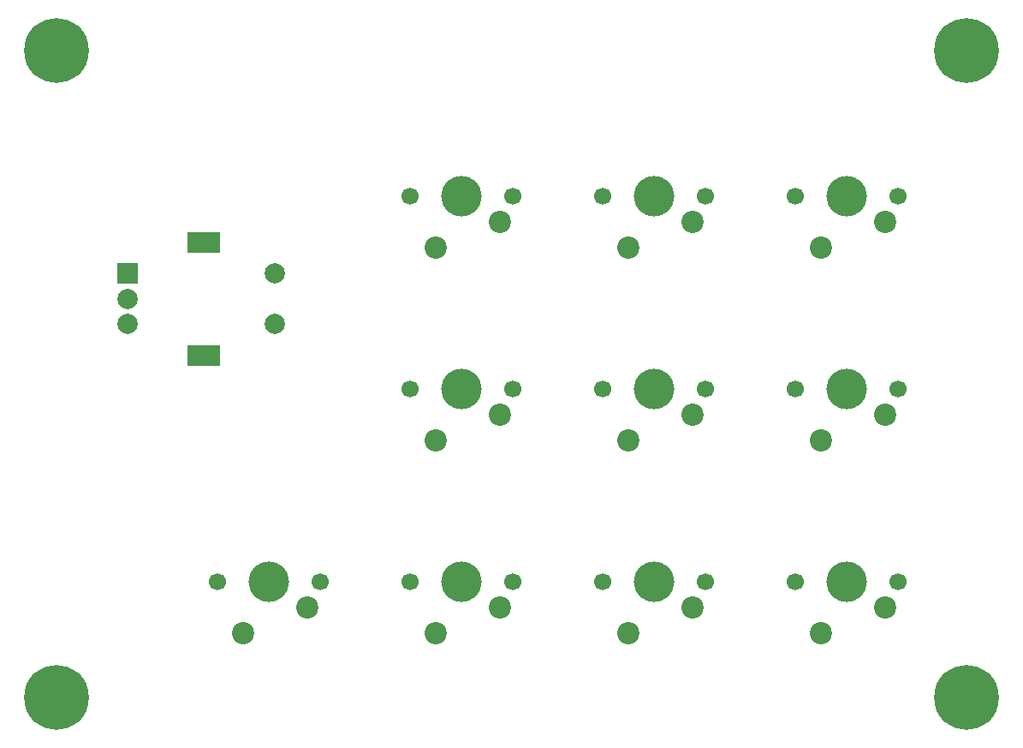
<source format=gbr>
%TF.GenerationSoftware,KiCad,Pcbnew,(6.0.4)*%
%TF.CreationDate,2022-05-17T18:27:42+01:00*%
%TF.ProjectId,MacroPad,4d616372-6f50-4616-942e-6b696361645f,rev?*%
%TF.SameCoordinates,Original*%
%TF.FileFunction,Soldermask,Bot*%
%TF.FilePolarity,Negative*%
%FSLAX46Y46*%
G04 Gerber Fmt 4.6, Leading zero omitted, Abs format (unit mm)*
G04 Created by KiCad (PCBNEW (6.0.4)) date 2022-05-17 18:27:42*
%MOMM*%
%LPD*%
G01*
G04 APERTURE LIST*
%ADD10C,6.400000*%
%ADD11C,4.000000*%
%ADD12C,1.700000*%
%ADD13C,2.200000*%
%ADD14R,2.000000X2.000000*%
%ADD15C,2.000000*%
%ADD16R,3.200000X2.000000*%
G04 APERTURE END LIST*
D10*
%TO.C,UwU*%
X204000000Y-124000000D03*
%TD*%
D11*
%TO.C,SWM1*%
X135012000Y-112562000D03*
D12*
X129932000Y-112562000D03*
X140092000Y-112562000D03*
D13*
X132472000Y-117642000D03*
X138822000Y-115102000D03*
%TD*%
D12*
%TO.C,SW5*%
X178192000Y-93512000D03*
X168032000Y-93512000D03*
D11*
X173112000Y-93512000D03*
D13*
X170572000Y-98592000D03*
X176922000Y-96052000D03*
%TD*%
D12*
%TO.C,SW7*%
X159142000Y-74462000D03*
D11*
X154062000Y-74462000D03*
D12*
X148982000Y-74462000D03*
D13*
X151522000Y-79542000D03*
X157872000Y-77002000D03*
%TD*%
D12*
%TO.C,SW8*%
X168032000Y-74462000D03*
X178192000Y-74462000D03*
D11*
X173112000Y-74462000D03*
D13*
X170572000Y-79542000D03*
X176922000Y-77002000D03*
%TD*%
D12*
%TO.C,SW3*%
X197242000Y-112562000D03*
X187082000Y-112562000D03*
D11*
X192162000Y-112562000D03*
D13*
X189622000Y-117642000D03*
X195972000Y-115102000D03*
%TD*%
D10*
%TO.C,Daddy*%
X114000000Y-124000000D03*
%TD*%
%TO.C,me*%
X204000000Y-60000000D03*
%TD*%
D12*
%TO.C,SW4*%
X148982000Y-93512000D03*
D11*
X154062000Y-93512000D03*
D12*
X159142000Y-93512000D03*
D13*
X151522000Y-98592000D03*
X157872000Y-96052000D03*
%TD*%
D14*
%TO.C,SWR1*%
X121042000Y-82082000D03*
D15*
X121042000Y-87082000D03*
X121042000Y-84582000D03*
D16*
X128542000Y-90182000D03*
X128542000Y-78982000D03*
D15*
X135542000Y-87082000D03*
X135542000Y-82082000D03*
%TD*%
D12*
%TO.C,SW2*%
X178192000Y-112562000D03*
D11*
X173112000Y-112562000D03*
D12*
X168032000Y-112562000D03*
D13*
X170572000Y-117642000D03*
X176922000Y-115102000D03*
%TD*%
D10*
%TO.C,mount*%
X114000000Y-60000000D03*
%TD*%
D11*
%TO.C,SW9*%
X192162000Y-74462000D03*
D12*
X197242000Y-74462000D03*
X187082000Y-74462000D03*
D13*
X189622000Y-79542000D03*
X195972000Y-77002000D03*
%TD*%
D11*
%TO.C,SW6*%
X192162000Y-93512000D03*
D12*
X187082000Y-93512000D03*
X197242000Y-93512000D03*
D13*
X189622000Y-98592000D03*
X195972000Y-96052000D03*
%TD*%
D12*
%TO.C,SW1*%
X159142000Y-112562000D03*
D11*
X154062000Y-112562000D03*
D12*
X148982000Y-112562000D03*
D13*
X151522000Y-117642000D03*
X157872000Y-115102000D03*
%TD*%
M02*

</source>
